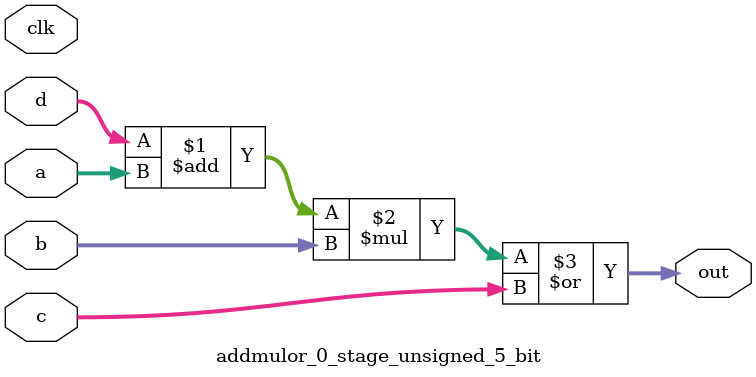
<source format=sv>
(* use_dsp = "yes" *) module addmulor_0_stage_unsigned_5_bit(
	input  [4:0] a,
	input  [4:0] b,
	input  [4:0] c,
	input  [4:0] d,
	output [4:0] out,
	input clk);

	assign out = ((d + a) * b) | c;
endmodule

</source>
